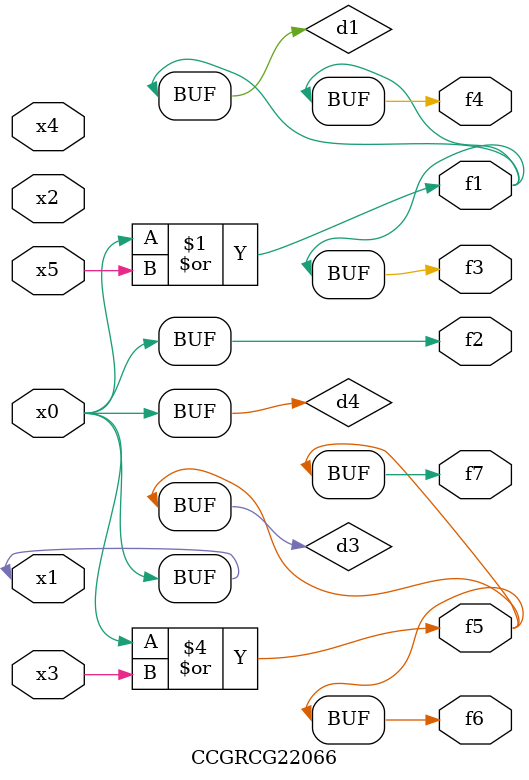
<source format=v>
module CCGRCG22066(
	input x0, x1, x2, x3, x4, x5,
	output f1, f2, f3, f4, f5, f6, f7
);

	wire d1, d2, d3, d4;

	or (d1, x0, x5);
	xnor (d2, x1, x4);
	or (d3, x0, x3);
	buf (d4, x0, x1);
	assign f1 = d1;
	assign f2 = d4;
	assign f3 = d1;
	assign f4 = d1;
	assign f5 = d3;
	assign f6 = d3;
	assign f7 = d3;
endmodule

</source>
